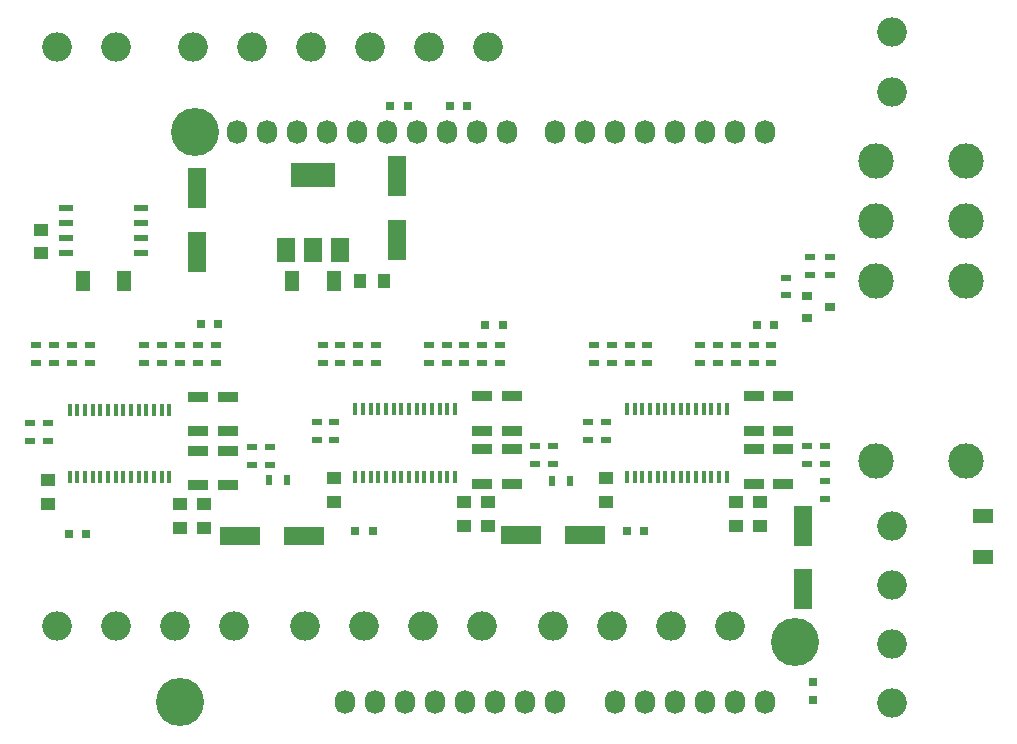
<source format=gts>
G04 #@! TF.FileFunction,Soldermask,Top*
%FSLAX46Y46*%
G04 Gerber Fmt 4.6, Leading zero omitted, Abs format (unit mm)*
G04 Created by KiCad (PCBNEW 4.0.2-stable) date 2017/04/12 1:03:06 PM*
%MOMM*%
G01*
G04 APERTURE LIST*
%ADD10C,0.100000*%
%ADD11C,4.064000*%
%ADD12O,1.727200X2.032000*%
%ADD13O,2.500000X2.500000*%
%ADD14R,0.900000X0.500000*%
%ADD15C,2.999740*%
%ADD16R,0.400000X1.100000*%
%ADD17R,3.800000X2.000000*%
%ADD18R,1.500000X2.000000*%
%ADD19R,0.800000X0.750000*%
%ADD20R,1.000000X1.250000*%
%ADD21R,0.750000X0.800000*%
%ADD22R,1.250000X1.000000*%
%ADD23R,0.900000X0.800000*%
%ADD24R,0.500000X0.900000*%
%ADD25R,1.700000X0.900000*%
%ADD26R,1.300000X1.700000*%
%ADD27R,1.700000X1.300000*%
%ADD28R,1.600000X3.500000*%
%ADD29R,3.500000X1.600000*%
%ADD30R,1.143000X0.508000*%
G04 APERTURE END LIST*
D10*
D11*
X126238000Y-75565000D03*
D12*
X156718000Y-75565000D03*
X159258000Y-75565000D03*
X161798000Y-75565000D03*
X164338000Y-75565000D03*
X166878000Y-75565000D03*
X169418000Y-75565000D03*
X171958000Y-75565000D03*
X174498000Y-75565000D03*
D11*
X177038000Y-118745000D03*
D13*
X119498000Y-68365000D03*
X114498000Y-68365000D03*
X185248000Y-72115000D03*
X185248000Y-67115000D03*
D14*
X138498000Y-93615000D03*
X138498000Y-95115000D03*
X136498000Y-100115000D03*
X136498000Y-101615000D03*
D15*
X183878000Y-103365000D03*
X191498000Y-103365000D03*
X191498000Y-88125000D03*
X191498000Y-83045000D03*
X191498000Y-77965000D03*
X183878000Y-88125000D03*
X183878000Y-83045000D03*
X183878000Y-77965000D03*
D16*
X115585000Y-104791000D03*
X116235000Y-104791000D03*
X116885000Y-104791000D03*
X117535000Y-104791000D03*
X118185000Y-104791000D03*
X118835000Y-104791000D03*
X119485000Y-104791000D03*
X120135000Y-104791000D03*
X120785000Y-104791000D03*
X121435000Y-104791000D03*
X122085000Y-104791000D03*
X122735000Y-104791000D03*
X123385000Y-104791000D03*
X124035000Y-104791000D03*
X124035000Y-99091000D03*
X123385000Y-99091000D03*
X122735000Y-99091000D03*
X122085000Y-99091000D03*
X121435000Y-99091000D03*
X120785000Y-99091000D03*
X120135000Y-99091000D03*
X119485000Y-99091000D03*
X118835000Y-99091000D03*
X118185000Y-99091000D03*
X117535000Y-99091000D03*
X116885000Y-99091000D03*
X116235000Y-99091000D03*
X115585000Y-99091000D03*
D17*
X136198000Y-79215000D03*
D18*
X136198000Y-85515000D03*
X138498000Y-85515000D03*
X133898000Y-85515000D03*
D16*
X139773000Y-104715000D03*
X140423000Y-104715000D03*
X141073000Y-104715000D03*
X141723000Y-104715000D03*
X142373000Y-104715000D03*
X143023000Y-104715000D03*
X143673000Y-104715000D03*
X144323000Y-104715000D03*
X144973000Y-104715000D03*
X145623000Y-104715000D03*
X146273000Y-104715000D03*
X146923000Y-104715000D03*
X147573000Y-104715000D03*
X148223000Y-104715000D03*
X148223000Y-99015000D03*
X147573000Y-99015000D03*
X146923000Y-99015000D03*
X146273000Y-99015000D03*
X145623000Y-99015000D03*
X144973000Y-99015000D03*
X144323000Y-99015000D03*
X143673000Y-99015000D03*
X143023000Y-99015000D03*
X142373000Y-99015000D03*
X141723000Y-99015000D03*
X141073000Y-99015000D03*
X140423000Y-99015000D03*
X139773000Y-99015000D03*
X162773000Y-104715000D03*
X163423000Y-104715000D03*
X164073000Y-104715000D03*
X164723000Y-104715000D03*
X165373000Y-104715000D03*
X166023000Y-104715000D03*
X166673000Y-104715000D03*
X167323000Y-104715000D03*
X167973000Y-104715000D03*
X168623000Y-104715000D03*
X169273000Y-104715000D03*
X169923000Y-104715000D03*
X170573000Y-104715000D03*
X171223000Y-104715000D03*
X171223000Y-99015000D03*
X170573000Y-99015000D03*
X169923000Y-99015000D03*
X169273000Y-99015000D03*
X168623000Y-99015000D03*
X167973000Y-99015000D03*
X167323000Y-99015000D03*
X166673000Y-99015000D03*
X166023000Y-99015000D03*
X165373000Y-99015000D03*
X164723000Y-99015000D03*
X164073000Y-99015000D03*
X163423000Y-99015000D03*
X162773000Y-99015000D03*
D13*
X161498000Y-117365000D03*
X166498000Y-117365000D03*
X171498000Y-117365000D03*
X156498000Y-117365000D03*
D19*
X126680000Y-91781000D03*
X128180000Y-91781000D03*
D20*
X140198000Y-88165000D03*
X142198000Y-88165000D03*
D21*
X178498000Y-122115000D03*
X178498000Y-123615000D03*
D22*
X113714000Y-105005000D03*
X113714000Y-107005000D03*
D19*
X115504000Y-109561000D03*
X117004000Y-109561000D03*
D22*
X126922000Y-109037000D03*
X126922000Y-107037000D03*
X124890000Y-109037000D03*
X124890000Y-107037000D03*
D19*
X150748000Y-91865000D03*
X152248000Y-91865000D03*
D22*
X137998000Y-104865000D03*
X137998000Y-106865000D03*
D19*
X139748000Y-109365000D03*
X141248000Y-109365000D03*
D22*
X150998000Y-108865000D03*
X150998000Y-106865000D03*
D19*
X142748000Y-73365000D03*
X144248000Y-73365000D03*
D22*
X148998000Y-108865000D03*
X148998000Y-106865000D03*
D19*
X147748000Y-73365000D03*
X149248000Y-73365000D03*
X173748000Y-91865000D03*
X175248000Y-91865000D03*
D22*
X160998000Y-104865000D03*
X160998000Y-106865000D03*
D19*
X162748000Y-109365000D03*
X164248000Y-109365000D03*
D22*
X173998000Y-108865000D03*
X173998000Y-106865000D03*
X171998000Y-108865000D03*
X171998000Y-106865000D03*
D23*
X177998000Y-89415000D03*
X177998000Y-91315000D03*
X179998000Y-90365000D03*
D14*
X121842000Y-93571000D03*
X121842000Y-95071000D03*
X123366000Y-93571000D03*
X123366000Y-95071000D03*
X113714000Y-100175000D03*
X113714000Y-101675000D03*
X112698000Y-93571000D03*
X112698000Y-95071000D03*
X114222000Y-93571000D03*
X114222000Y-95071000D03*
X112190000Y-100175000D03*
X112190000Y-101675000D03*
X115746000Y-93571000D03*
X115746000Y-95071000D03*
X126414000Y-93571000D03*
X126414000Y-95071000D03*
X127938000Y-95071000D03*
X127938000Y-93571000D03*
X130986000Y-103707000D03*
X130986000Y-102207000D03*
X145998000Y-93615000D03*
X145998000Y-95115000D03*
X147498000Y-93615000D03*
X147498000Y-95115000D03*
X148998000Y-93615000D03*
X148998000Y-95115000D03*
X141498000Y-93615000D03*
X141498000Y-95115000D03*
X139998000Y-93615000D03*
X139998000Y-95115000D03*
X150498000Y-93615000D03*
X150498000Y-95115000D03*
X156498000Y-103615000D03*
X156498000Y-102115000D03*
D24*
X156448000Y-105065000D03*
X157948000Y-105065000D03*
D14*
X168998000Y-93615000D03*
X168998000Y-95115000D03*
X160998000Y-100115000D03*
X160998000Y-101615000D03*
X161498000Y-93615000D03*
X161498000Y-95115000D03*
X159498000Y-100115000D03*
X159498000Y-101615000D03*
X162998000Y-93615000D03*
X162998000Y-95115000D03*
X173498000Y-93615000D03*
X173498000Y-95115000D03*
X176248000Y-87865000D03*
X176248000Y-89365000D03*
X174998000Y-95115000D03*
X174998000Y-93615000D03*
X179998000Y-86115000D03*
X179998000Y-87615000D03*
X178248000Y-86115000D03*
X178248000Y-87615000D03*
X179498000Y-105115000D03*
X179498000Y-106615000D03*
X124890000Y-93571000D03*
X124890000Y-95071000D03*
X117270000Y-93571000D03*
X117270000Y-95071000D03*
X132510000Y-103707000D03*
X132510000Y-102207000D03*
D24*
X132448000Y-104965000D03*
X133948000Y-104965000D03*
D25*
X128954000Y-102523000D03*
X128954000Y-105423000D03*
X128954000Y-100851000D03*
X128954000Y-97951000D03*
D14*
X151998000Y-95115000D03*
X151998000Y-93615000D03*
X154998000Y-103615000D03*
X154998000Y-102115000D03*
D25*
X150498000Y-100815000D03*
X150498000Y-97915000D03*
X152998000Y-100815000D03*
X152998000Y-97915000D03*
D14*
X170498000Y-93615000D03*
X170498000Y-95115000D03*
X159998000Y-93615000D03*
X159998000Y-95115000D03*
X177998000Y-103615000D03*
X177998000Y-102115000D03*
X179498000Y-103615000D03*
X179498000Y-102115000D03*
D25*
X175998000Y-100815000D03*
X175998000Y-97915000D03*
D13*
X185248000Y-113865000D03*
X185248000Y-118865000D03*
X185248000Y-123865000D03*
X185248000Y-108865000D03*
X119498000Y-117365000D03*
X124498000Y-117365000D03*
X129498000Y-117365000D03*
X114498000Y-117365000D03*
X140998000Y-68365000D03*
X145998000Y-68365000D03*
X150998000Y-68365000D03*
X135998000Y-68365000D03*
X140498000Y-117365000D03*
X145498000Y-117365000D03*
X150498000Y-117365000D03*
X135498000Y-117365000D03*
D25*
X126414000Y-102523000D03*
X126414000Y-105423000D03*
X126414000Y-100851000D03*
X126414000Y-97951000D03*
D14*
X137998000Y-100115000D03*
X137998000Y-101615000D03*
X136998000Y-93615000D03*
X136998000Y-95115000D03*
D25*
X150498000Y-102415000D03*
X150498000Y-105315000D03*
X152998000Y-102415000D03*
X152998000Y-105315000D03*
D14*
X171998000Y-93615000D03*
X171998000Y-95115000D03*
X164498000Y-93615000D03*
X164498000Y-95115000D03*
D25*
X173498000Y-102415000D03*
X173498000Y-105315000D03*
X175998000Y-102415000D03*
X175998000Y-105315000D03*
X173498000Y-100815000D03*
X173498000Y-97915000D03*
D12*
X138938000Y-123825000D03*
X141478000Y-123825000D03*
X144018000Y-123825000D03*
X146558000Y-123825000D03*
X149098000Y-123825000D03*
X151638000Y-123825000D03*
X154178000Y-123825000D03*
X156718000Y-123825000D03*
X161798000Y-123825000D03*
X164338000Y-123825000D03*
X166878000Y-123825000D03*
X169418000Y-123825000D03*
X171958000Y-123825000D03*
X174498000Y-123825000D03*
X129794000Y-75565000D03*
X132334000Y-75565000D03*
X134874000Y-75565000D03*
X137414000Y-75565000D03*
X139954000Y-75565000D03*
X142494000Y-75565000D03*
X145034000Y-75565000D03*
X147574000Y-75565000D03*
X150114000Y-75565000D03*
X152654000Y-75565000D03*
D11*
X124968000Y-123825000D03*
D13*
X125998000Y-68365000D03*
X130998000Y-68365000D03*
D26*
X137948000Y-88165000D03*
X134448000Y-88165000D03*
D27*
X192898000Y-108015000D03*
X192898000Y-111515000D03*
D28*
X126348000Y-85715000D03*
X126348000Y-80315000D03*
X143298000Y-79265000D03*
X143298000Y-84665000D03*
D29*
X129998000Y-109765000D03*
X135398000Y-109765000D03*
X153798000Y-109665000D03*
X159198000Y-109665000D03*
D28*
X177698000Y-108865000D03*
X177698000Y-114265000D03*
D22*
X113148000Y-85815000D03*
X113148000Y-83815000D03*
D26*
X116698000Y-88115000D03*
X120198000Y-88115000D03*
D30*
X115273000Y-85820000D03*
X115273000Y-84550000D03*
X115273000Y-83280000D03*
X115273000Y-82010000D03*
X121623000Y-82010000D03*
X121623000Y-83280000D03*
X121623000Y-84550000D03*
X121623000Y-85820000D03*
M02*

</source>
